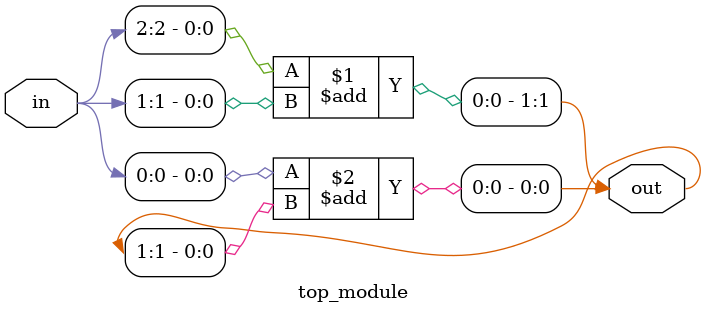
<source format=sv>
module top_module (
	input [2:0] in,
	output [1:0] out
);
	assign out[1] = in[2] + in[1];
	assign out[0] = in[0] + out[1];
endmodule

</source>
